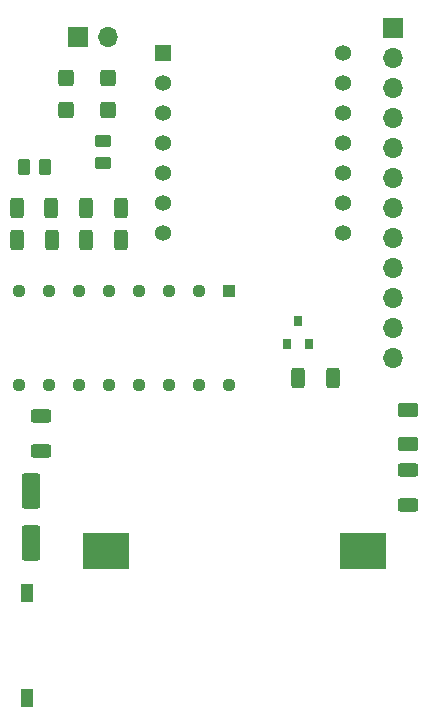
<source format=gts>
G04 #@! TF.GenerationSoftware,KiCad,Pcbnew,6.0.2+dfsg-1*
G04 #@! TF.CreationDate,2023-08-17T23:32:23+01:00*
G04 #@! TF.ProjectId,TriboeletricSampler,54726962-6f65-46c6-9574-72696353616d,rev?*
G04 #@! TF.SameCoordinates,Original*
G04 #@! TF.FileFunction,Soldermask,Top*
G04 #@! TF.FilePolarity,Negative*
%FSLAX46Y46*%
G04 Gerber Fmt 4.6, Leading zero omitted, Abs format (unit mm)*
G04 Created by KiCad (PCBNEW 6.0.2+dfsg-1) date 2023-08-17 23:32:23*
%MOMM*%
%LPD*%
G01*
G04 APERTURE LIST*
G04 Aperture macros list*
%AMRoundRect*
0 Rectangle with rounded corners*
0 $1 Rounding radius*
0 $2 $3 $4 $5 $6 $7 $8 $9 X,Y pos of 4 corners*
0 Add a 4 corners polygon primitive as box body*
4,1,4,$2,$3,$4,$5,$6,$7,$8,$9,$2,$3,0*
0 Add four circle primitives for the rounded corners*
1,1,$1+$1,$2,$3*
1,1,$1+$1,$4,$5*
1,1,$1+$1,$6,$7*
1,1,$1+$1,$8,$9*
0 Add four rect primitives between the rounded corners*
20,1,$1+$1,$2,$3,$4,$5,0*
20,1,$1+$1,$4,$5,$6,$7,0*
20,1,$1+$1,$6,$7,$8,$9,0*
20,1,$1+$1,$8,$9,$2,$3,0*%
G04 Aperture macros list end*
%ADD10RoundRect,0.250000X-0.425000X0.450000X-0.425000X-0.450000X0.425000X-0.450000X0.425000X0.450000X0*%
%ADD11RoundRect,0.250000X-0.550000X1.250000X-0.550000X-1.250000X0.550000X-1.250000X0.550000X1.250000X0*%
%ADD12RoundRect,0.250000X0.625000X-0.312500X0.625000X0.312500X-0.625000X0.312500X-0.625000X-0.312500X0*%
%ADD13RoundRect,0.250000X0.312500X0.625000X-0.312500X0.625000X-0.312500X-0.625000X0.312500X-0.625000X0*%
%ADD14RoundRect,0.250000X-0.625000X0.312500X-0.625000X-0.312500X0.625000X-0.312500X0.625000X0.312500X0*%
%ADD15RoundRect,0.250000X-0.312500X-0.625000X0.312500X-0.625000X0.312500X0.625000X-0.312500X0.625000X0*%
%ADD16RoundRect,0.250000X-0.450000X0.262500X-0.450000X-0.262500X0.450000X-0.262500X0.450000X0.262500X0*%
%ADD17RoundRect,0.250000X0.625000X-0.375000X0.625000X0.375000X-0.625000X0.375000X-0.625000X-0.375000X0*%
%ADD18R,1.130000X1.130000*%
%ADD19C,1.130000*%
%ADD20R,0.800000X0.900000*%
%ADD21RoundRect,0.250000X-0.262500X-0.450000X0.262500X-0.450000X0.262500X0.450000X-0.262500X0.450000X0*%
%ADD22R,1.700000X1.700000*%
%ADD23O,1.700000X1.700000*%
%ADD24R,1.358000X1.358000*%
%ADD25C,1.358000*%
%ADD26R,1.100000X1.500000*%
%ADD27R,3.960000X3.170000*%
G04 APERTURE END LIST*
D10*
X174830825Y-67031045D03*
X174830825Y-69731045D03*
X178457974Y-67005836D03*
X178457974Y-69705836D03*
D11*
X171931105Y-101993430D03*
X171931105Y-106393430D03*
D12*
X203809778Y-103123195D03*
X203809778Y-100198195D03*
D13*
X173651336Y-80749561D03*
X170726336Y-80749561D03*
D14*
X172771695Y-95655624D03*
X172771695Y-98580624D03*
D15*
X176585485Y-78022019D03*
X179510485Y-78022019D03*
D16*
X177987233Y-72372611D03*
X177987233Y-74197611D03*
D17*
X203784586Y-97946580D03*
X203784586Y-95146580D03*
D13*
X197454336Y-92364583D03*
X194529336Y-92364583D03*
D18*
X188638522Y-85039609D03*
D19*
X186098522Y-85039609D03*
X183558522Y-85039609D03*
X181018522Y-85039609D03*
X178478522Y-85039609D03*
X175938522Y-85039609D03*
X173398522Y-85039609D03*
X170858522Y-85039609D03*
X170858522Y-92979609D03*
X173398522Y-92979609D03*
X175938522Y-92979609D03*
X178478522Y-92979609D03*
X181018522Y-92979609D03*
X183558522Y-92979609D03*
X186098522Y-92979609D03*
X188638522Y-92979609D03*
D20*
X195455718Y-89534959D03*
X194505718Y-87534959D03*
X193555718Y-89534959D03*
D21*
X171277401Y-74541554D03*
X173102401Y-74541554D03*
D22*
X202560755Y-62723445D03*
D23*
X202560755Y-65263445D03*
X202560755Y-67803445D03*
X202560755Y-70343445D03*
X202560755Y-72883445D03*
X202560755Y-75423445D03*
X202560755Y-77963445D03*
X202560755Y-80503445D03*
X202560755Y-83043445D03*
X202560755Y-85583445D03*
X202560755Y-88123445D03*
X202560755Y-90663445D03*
D13*
X173633237Y-78010188D03*
X170708237Y-78010188D03*
D15*
X176599292Y-80742060D03*
X179524292Y-80742060D03*
D22*
X175860755Y-63500000D03*
D23*
X178400755Y-63500000D03*
D24*
X183071062Y-64866330D03*
D25*
X183071062Y-67406330D03*
X183071062Y-69946330D03*
X183071062Y-72486330D03*
X183071062Y-75026330D03*
X183071062Y-77566330D03*
X183071062Y-80106330D03*
X198311062Y-80106330D03*
X198311062Y-77566330D03*
X198311062Y-75026330D03*
X198311062Y-72486330D03*
X198311062Y-69946330D03*
X198311062Y-67406330D03*
X198311062Y-64866330D03*
D26*
X171561331Y-110581511D03*
X171561331Y-119481511D03*
D27*
X178238420Y-107051931D03*
X199998420Y-107051931D03*
M02*

</source>
